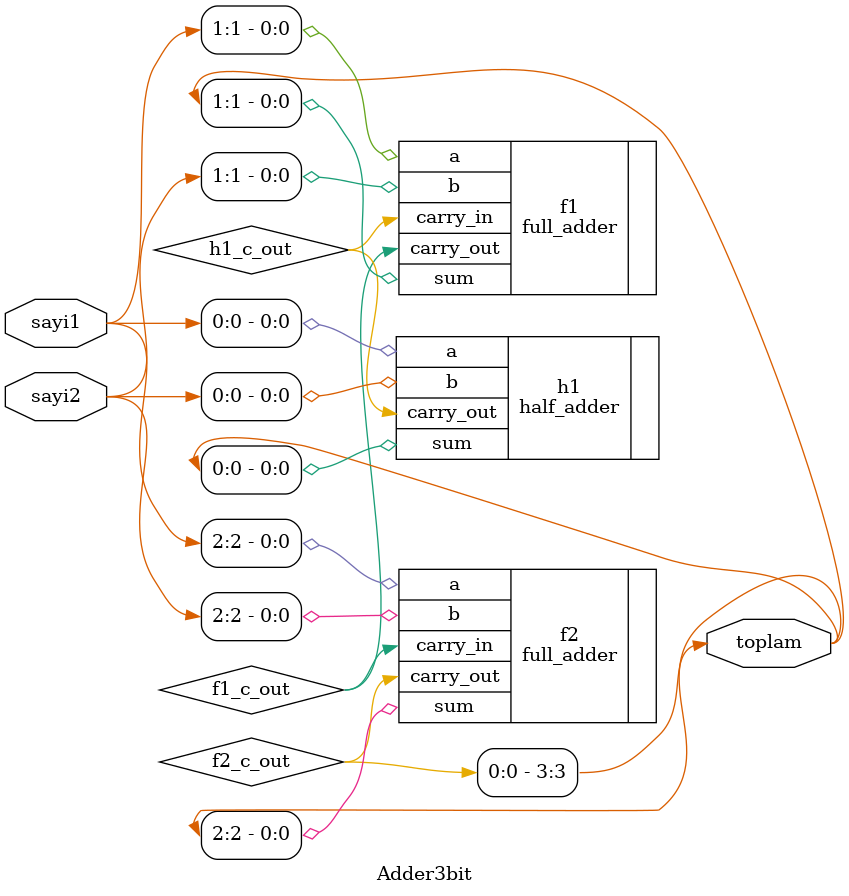
<source format=v>
`timescale 1ns / 1ps


module Adder3bit(
    input[2:0] sayi1,
    input[2:0] sayi2,
    output[3:0] toplam
    );
    
    // ilk basamak
    wire h1_c_out;
    half_adder h1(.a(sayi1[0]), .b(sayi2[0]), .carry_out(h1_c_out), .sum(toplam[0]));
    // ikinci basamak
    wire f1_c_out;
    full_adder f1(.a(sayi1[1]), .b(sayi2[1]), .carry_in(h1_c_out), .carry_out(f1_c_out), .sum(toplam[1]));
    //ucuncu basamak
    wire f2_c_out;
    full_adder f2(.a(sayi1[2]), .b(sayi2[2]), .carry_in(f1_c_out), .carry_out(f2_c_out), .sum(toplam[2]));
    //dorduncu basamak
    assign toplam[3]= f2_c_out;
endmodule
</source>
